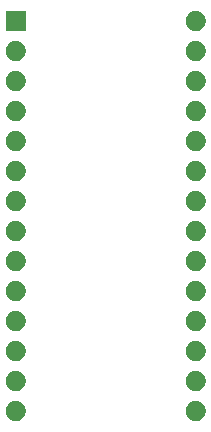
<source format=gbr>
G04 #@! TF.GenerationSoftware,KiCad,Pcbnew,(5.1.5)-3*
G04 #@! TF.CreationDate,2021-05-27T18:06:52+01:00*
G04 #@! TF.ProjectId,C595,43353935-2e6b-4696-9361-645f70636258,rev?*
G04 #@! TF.SameCoordinates,Original*
G04 #@! TF.FileFunction,Soldermask,Bot*
G04 #@! TF.FilePolarity,Negative*
%FSLAX46Y46*%
G04 Gerber Fmt 4.6, Leading zero omitted, Abs format (unit mm)*
G04 Created by KiCad (PCBNEW (5.1.5)-3) date 2021-05-27 18:06:52*
%MOMM*%
%LPD*%
G04 APERTURE LIST*
%ADD10C,0.100000*%
G04 APERTURE END LIST*
D10*
G36*
X156488228Y-183201703D02*
G01*
X156643100Y-183265853D01*
X156782481Y-183358985D01*
X156901015Y-183477519D01*
X156994147Y-183616900D01*
X157058297Y-183771772D01*
X157091000Y-183936184D01*
X157091000Y-184103816D01*
X157058297Y-184268228D01*
X156994147Y-184423100D01*
X156901015Y-184562481D01*
X156782481Y-184681015D01*
X156643100Y-184774147D01*
X156488228Y-184838297D01*
X156323816Y-184871000D01*
X156156184Y-184871000D01*
X155991772Y-184838297D01*
X155836900Y-184774147D01*
X155697519Y-184681015D01*
X155578985Y-184562481D01*
X155485853Y-184423100D01*
X155421703Y-184268228D01*
X155389000Y-184103816D01*
X155389000Y-183936184D01*
X155421703Y-183771772D01*
X155485853Y-183616900D01*
X155578985Y-183477519D01*
X155697519Y-183358985D01*
X155836900Y-183265853D01*
X155991772Y-183201703D01*
X156156184Y-183169000D01*
X156323816Y-183169000D01*
X156488228Y-183201703D01*
G37*
G36*
X141248228Y-183201703D02*
G01*
X141403100Y-183265853D01*
X141542481Y-183358985D01*
X141661015Y-183477519D01*
X141754147Y-183616900D01*
X141818297Y-183771772D01*
X141851000Y-183936184D01*
X141851000Y-184103816D01*
X141818297Y-184268228D01*
X141754147Y-184423100D01*
X141661015Y-184562481D01*
X141542481Y-184681015D01*
X141403100Y-184774147D01*
X141248228Y-184838297D01*
X141083816Y-184871000D01*
X140916184Y-184871000D01*
X140751772Y-184838297D01*
X140596900Y-184774147D01*
X140457519Y-184681015D01*
X140338985Y-184562481D01*
X140245853Y-184423100D01*
X140181703Y-184268228D01*
X140149000Y-184103816D01*
X140149000Y-183936184D01*
X140181703Y-183771772D01*
X140245853Y-183616900D01*
X140338985Y-183477519D01*
X140457519Y-183358985D01*
X140596900Y-183265853D01*
X140751772Y-183201703D01*
X140916184Y-183169000D01*
X141083816Y-183169000D01*
X141248228Y-183201703D01*
G37*
G36*
X156488228Y-180661703D02*
G01*
X156643100Y-180725853D01*
X156782481Y-180818985D01*
X156901015Y-180937519D01*
X156994147Y-181076900D01*
X157058297Y-181231772D01*
X157091000Y-181396184D01*
X157091000Y-181563816D01*
X157058297Y-181728228D01*
X156994147Y-181883100D01*
X156901015Y-182022481D01*
X156782481Y-182141015D01*
X156643100Y-182234147D01*
X156488228Y-182298297D01*
X156323816Y-182331000D01*
X156156184Y-182331000D01*
X155991772Y-182298297D01*
X155836900Y-182234147D01*
X155697519Y-182141015D01*
X155578985Y-182022481D01*
X155485853Y-181883100D01*
X155421703Y-181728228D01*
X155389000Y-181563816D01*
X155389000Y-181396184D01*
X155421703Y-181231772D01*
X155485853Y-181076900D01*
X155578985Y-180937519D01*
X155697519Y-180818985D01*
X155836900Y-180725853D01*
X155991772Y-180661703D01*
X156156184Y-180629000D01*
X156323816Y-180629000D01*
X156488228Y-180661703D01*
G37*
G36*
X141248228Y-180661703D02*
G01*
X141403100Y-180725853D01*
X141542481Y-180818985D01*
X141661015Y-180937519D01*
X141754147Y-181076900D01*
X141818297Y-181231772D01*
X141851000Y-181396184D01*
X141851000Y-181563816D01*
X141818297Y-181728228D01*
X141754147Y-181883100D01*
X141661015Y-182022481D01*
X141542481Y-182141015D01*
X141403100Y-182234147D01*
X141248228Y-182298297D01*
X141083816Y-182331000D01*
X140916184Y-182331000D01*
X140751772Y-182298297D01*
X140596900Y-182234147D01*
X140457519Y-182141015D01*
X140338985Y-182022481D01*
X140245853Y-181883100D01*
X140181703Y-181728228D01*
X140149000Y-181563816D01*
X140149000Y-181396184D01*
X140181703Y-181231772D01*
X140245853Y-181076900D01*
X140338985Y-180937519D01*
X140457519Y-180818985D01*
X140596900Y-180725853D01*
X140751772Y-180661703D01*
X140916184Y-180629000D01*
X141083816Y-180629000D01*
X141248228Y-180661703D01*
G37*
G36*
X141248228Y-178121703D02*
G01*
X141403100Y-178185853D01*
X141542481Y-178278985D01*
X141661015Y-178397519D01*
X141754147Y-178536900D01*
X141818297Y-178691772D01*
X141851000Y-178856184D01*
X141851000Y-179023816D01*
X141818297Y-179188228D01*
X141754147Y-179343100D01*
X141661015Y-179482481D01*
X141542481Y-179601015D01*
X141403100Y-179694147D01*
X141248228Y-179758297D01*
X141083816Y-179791000D01*
X140916184Y-179791000D01*
X140751772Y-179758297D01*
X140596900Y-179694147D01*
X140457519Y-179601015D01*
X140338985Y-179482481D01*
X140245853Y-179343100D01*
X140181703Y-179188228D01*
X140149000Y-179023816D01*
X140149000Y-178856184D01*
X140181703Y-178691772D01*
X140245853Y-178536900D01*
X140338985Y-178397519D01*
X140457519Y-178278985D01*
X140596900Y-178185853D01*
X140751772Y-178121703D01*
X140916184Y-178089000D01*
X141083816Y-178089000D01*
X141248228Y-178121703D01*
G37*
G36*
X156488228Y-178121703D02*
G01*
X156643100Y-178185853D01*
X156782481Y-178278985D01*
X156901015Y-178397519D01*
X156994147Y-178536900D01*
X157058297Y-178691772D01*
X157091000Y-178856184D01*
X157091000Y-179023816D01*
X157058297Y-179188228D01*
X156994147Y-179343100D01*
X156901015Y-179482481D01*
X156782481Y-179601015D01*
X156643100Y-179694147D01*
X156488228Y-179758297D01*
X156323816Y-179791000D01*
X156156184Y-179791000D01*
X155991772Y-179758297D01*
X155836900Y-179694147D01*
X155697519Y-179601015D01*
X155578985Y-179482481D01*
X155485853Y-179343100D01*
X155421703Y-179188228D01*
X155389000Y-179023816D01*
X155389000Y-178856184D01*
X155421703Y-178691772D01*
X155485853Y-178536900D01*
X155578985Y-178397519D01*
X155697519Y-178278985D01*
X155836900Y-178185853D01*
X155991772Y-178121703D01*
X156156184Y-178089000D01*
X156323816Y-178089000D01*
X156488228Y-178121703D01*
G37*
G36*
X156488228Y-175581703D02*
G01*
X156643100Y-175645853D01*
X156782481Y-175738985D01*
X156901015Y-175857519D01*
X156994147Y-175996900D01*
X157058297Y-176151772D01*
X157091000Y-176316184D01*
X157091000Y-176483816D01*
X157058297Y-176648228D01*
X156994147Y-176803100D01*
X156901015Y-176942481D01*
X156782481Y-177061015D01*
X156643100Y-177154147D01*
X156488228Y-177218297D01*
X156323816Y-177251000D01*
X156156184Y-177251000D01*
X155991772Y-177218297D01*
X155836900Y-177154147D01*
X155697519Y-177061015D01*
X155578985Y-176942481D01*
X155485853Y-176803100D01*
X155421703Y-176648228D01*
X155389000Y-176483816D01*
X155389000Y-176316184D01*
X155421703Y-176151772D01*
X155485853Y-175996900D01*
X155578985Y-175857519D01*
X155697519Y-175738985D01*
X155836900Y-175645853D01*
X155991772Y-175581703D01*
X156156184Y-175549000D01*
X156323816Y-175549000D01*
X156488228Y-175581703D01*
G37*
G36*
X141248228Y-175581703D02*
G01*
X141403100Y-175645853D01*
X141542481Y-175738985D01*
X141661015Y-175857519D01*
X141754147Y-175996900D01*
X141818297Y-176151772D01*
X141851000Y-176316184D01*
X141851000Y-176483816D01*
X141818297Y-176648228D01*
X141754147Y-176803100D01*
X141661015Y-176942481D01*
X141542481Y-177061015D01*
X141403100Y-177154147D01*
X141248228Y-177218297D01*
X141083816Y-177251000D01*
X140916184Y-177251000D01*
X140751772Y-177218297D01*
X140596900Y-177154147D01*
X140457519Y-177061015D01*
X140338985Y-176942481D01*
X140245853Y-176803100D01*
X140181703Y-176648228D01*
X140149000Y-176483816D01*
X140149000Y-176316184D01*
X140181703Y-176151772D01*
X140245853Y-175996900D01*
X140338985Y-175857519D01*
X140457519Y-175738985D01*
X140596900Y-175645853D01*
X140751772Y-175581703D01*
X140916184Y-175549000D01*
X141083816Y-175549000D01*
X141248228Y-175581703D01*
G37*
G36*
X156488228Y-173041703D02*
G01*
X156643100Y-173105853D01*
X156782481Y-173198985D01*
X156901015Y-173317519D01*
X156994147Y-173456900D01*
X157058297Y-173611772D01*
X157091000Y-173776184D01*
X157091000Y-173943816D01*
X157058297Y-174108228D01*
X156994147Y-174263100D01*
X156901015Y-174402481D01*
X156782481Y-174521015D01*
X156643100Y-174614147D01*
X156488228Y-174678297D01*
X156323816Y-174711000D01*
X156156184Y-174711000D01*
X155991772Y-174678297D01*
X155836900Y-174614147D01*
X155697519Y-174521015D01*
X155578985Y-174402481D01*
X155485853Y-174263100D01*
X155421703Y-174108228D01*
X155389000Y-173943816D01*
X155389000Y-173776184D01*
X155421703Y-173611772D01*
X155485853Y-173456900D01*
X155578985Y-173317519D01*
X155697519Y-173198985D01*
X155836900Y-173105853D01*
X155991772Y-173041703D01*
X156156184Y-173009000D01*
X156323816Y-173009000D01*
X156488228Y-173041703D01*
G37*
G36*
X141248228Y-173041703D02*
G01*
X141403100Y-173105853D01*
X141542481Y-173198985D01*
X141661015Y-173317519D01*
X141754147Y-173456900D01*
X141818297Y-173611772D01*
X141851000Y-173776184D01*
X141851000Y-173943816D01*
X141818297Y-174108228D01*
X141754147Y-174263100D01*
X141661015Y-174402481D01*
X141542481Y-174521015D01*
X141403100Y-174614147D01*
X141248228Y-174678297D01*
X141083816Y-174711000D01*
X140916184Y-174711000D01*
X140751772Y-174678297D01*
X140596900Y-174614147D01*
X140457519Y-174521015D01*
X140338985Y-174402481D01*
X140245853Y-174263100D01*
X140181703Y-174108228D01*
X140149000Y-173943816D01*
X140149000Y-173776184D01*
X140181703Y-173611772D01*
X140245853Y-173456900D01*
X140338985Y-173317519D01*
X140457519Y-173198985D01*
X140596900Y-173105853D01*
X140751772Y-173041703D01*
X140916184Y-173009000D01*
X141083816Y-173009000D01*
X141248228Y-173041703D01*
G37*
G36*
X141248228Y-170501703D02*
G01*
X141403100Y-170565853D01*
X141542481Y-170658985D01*
X141661015Y-170777519D01*
X141754147Y-170916900D01*
X141818297Y-171071772D01*
X141851000Y-171236184D01*
X141851000Y-171403816D01*
X141818297Y-171568228D01*
X141754147Y-171723100D01*
X141661015Y-171862481D01*
X141542481Y-171981015D01*
X141403100Y-172074147D01*
X141248228Y-172138297D01*
X141083816Y-172171000D01*
X140916184Y-172171000D01*
X140751772Y-172138297D01*
X140596900Y-172074147D01*
X140457519Y-171981015D01*
X140338985Y-171862481D01*
X140245853Y-171723100D01*
X140181703Y-171568228D01*
X140149000Y-171403816D01*
X140149000Y-171236184D01*
X140181703Y-171071772D01*
X140245853Y-170916900D01*
X140338985Y-170777519D01*
X140457519Y-170658985D01*
X140596900Y-170565853D01*
X140751772Y-170501703D01*
X140916184Y-170469000D01*
X141083816Y-170469000D01*
X141248228Y-170501703D01*
G37*
G36*
X156488228Y-170501703D02*
G01*
X156643100Y-170565853D01*
X156782481Y-170658985D01*
X156901015Y-170777519D01*
X156994147Y-170916900D01*
X157058297Y-171071772D01*
X157091000Y-171236184D01*
X157091000Y-171403816D01*
X157058297Y-171568228D01*
X156994147Y-171723100D01*
X156901015Y-171862481D01*
X156782481Y-171981015D01*
X156643100Y-172074147D01*
X156488228Y-172138297D01*
X156323816Y-172171000D01*
X156156184Y-172171000D01*
X155991772Y-172138297D01*
X155836900Y-172074147D01*
X155697519Y-171981015D01*
X155578985Y-171862481D01*
X155485853Y-171723100D01*
X155421703Y-171568228D01*
X155389000Y-171403816D01*
X155389000Y-171236184D01*
X155421703Y-171071772D01*
X155485853Y-170916900D01*
X155578985Y-170777519D01*
X155697519Y-170658985D01*
X155836900Y-170565853D01*
X155991772Y-170501703D01*
X156156184Y-170469000D01*
X156323816Y-170469000D01*
X156488228Y-170501703D01*
G37*
G36*
X156488228Y-167961703D02*
G01*
X156643100Y-168025853D01*
X156782481Y-168118985D01*
X156901015Y-168237519D01*
X156994147Y-168376900D01*
X157058297Y-168531772D01*
X157091000Y-168696184D01*
X157091000Y-168863816D01*
X157058297Y-169028228D01*
X156994147Y-169183100D01*
X156901015Y-169322481D01*
X156782481Y-169441015D01*
X156643100Y-169534147D01*
X156488228Y-169598297D01*
X156323816Y-169631000D01*
X156156184Y-169631000D01*
X155991772Y-169598297D01*
X155836900Y-169534147D01*
X155697519Y-169441015D01*
X155578985Y-169322481D01*
X155485853Y-169183100D01*
X155421703Y-169028228D01*
X155389000Y-168863816D01*
X155389000Y-168696184D01*
X155421703Y-168531772D01*
X155485853Y-168376900D01*
X155578985Y-168237519D01*
X155697519Y-168118985D01*
X155836900Y-168025853D01*
X155991772Y-167961703D01*
X156156184Y-167929000D01*
X156323816Y-167929000D01*
X156488228Y-167961703D01*
G37*
G36*
X141248228Y-167961703D02*
G01*
X141403100Y-168025853D01*
X141542481Y-168118985D01*
X141661015Y-168237519D01*
X141754147Y-168376900D01*
X141818297Y-168531772D01*
X141851000Y-168696184D01*
X141851000Y-168863816D01*
X141818297Y-169028228D01*
X141754147Y-169183100D01*
X141661015Y-169322481D01*
X141542481Y-169441015D01*
X141403100Y-169534147D01*
X141248228Y-169598297D01*
X141083816Y-169631000D01*
X140916184Y-169631000D01*
X140751772Y-169598297D01*
X140596900Y-169534147D01*
X140457519Y-169441015D01*
X140338985Y-169322481D01*
X140245853Y-169183100D01*
X140181703Y-169028228D01*
X140149000Y-168863816D01*
X140149000Y-168696184D01*
X140181703Y-168531772D01*
X140245853Y-168376900D01*
X140338985Y-168237519D01*
X140457519Y-168118985D01*
X140596900Y-168025853D01*
X140751772Y-167961703D01*
X140916184Y-167929000D01*
X141083816Y-167929000D01*
X141248228Y-167961703D01*
G37*
G36*
X156488228Y-165421703D02*
G01*
X156643100Y-165485853D01*
X156782481Y-165578985D01*
X156901015Y-165697519D01*
X156994147Y-165836900D01*
X157058297Y-165991772D01*
X157091000Y-166156184D01*
X157091000Y-166323816D01*
X157058297Y-166488228D01*
X156994147Y-166643100D01*
X156901015Y-166782481D01*
X156782481Y-166901015D01*
X156643100Y-166994147D01*
X156488228Y-167058297D01*
X156323816Y-167091000D01*
X156156184Y-167091000D01*
X155991772Y-167058297D01*
X155836900Y-166994147D01*
X155697519Y-166901015D01*
X155578985Y-166782481D01*
X155485853Y-166643100D01*
X155421703Y-166488228D01*
X155389000Y-166323816D01*
X155389000Y-166156184D01*
X155421703Y-165991772D01*
X155485853Y-165836900D01*
X155578985Y-165697519D01*
X155697519Y-165578985D01*
X155836900Y-165485853D01*
X155991772Y-165421703D01*
X156156184Y-165389000D01*
X156323816Y-165389000D01*
X156488228Y-165421703D01*
G37*
G36*
X141248228Y-165421703D02*
G01*
X141403100Y-165485853D01*
X141542481Y-165578985D01*
X141661015Y-165697519D01*
X141754147Y-165836900D01*
X141818297Y-165991772D01*
X141851000Y-166156184D01*
X141851000Y-166323816D01*
X141818297Y-166488228D01*
X141754147Y-166643100D01*
X141661015Y-166782481D01*
X141542481Y-166901015D01*
X141403100Y-166994147D01*
X141248228Y-167058297D01*
X141083816Y-167091000D01*
X140916184Y-167091000D01*
X140751772Y-167058297D01*
X140596900Y-166994147D01*
X140457519Y-166901015D01*
X140338985Y-166782481D01*
X140245853Y-166643100D01*
X140181703Y-166488228D01*
X140149000Y-166323816D01*
X140149000Y-166156184D01*
X140181703Y-165991772D01*
X140245853Y-165836900D01*
X140338985Y-165697519D01*
X140457519Y-165578985D01*
X140596900Y-165485853D01*
X140751772Y-165421703D01*
X140916184Y-165389000D01*
X141083816Y-165389000D01*
X141248228Y-165421703D01*
G37*
G36*
X156488228Y-162881703D02*
G01*
X156643100Y-162945853D01*
X156782481Y-163038985D01*
X156901015Y-163157519D01*
X156994147Y-163296900D01*
X157058297Y-163451772D01*
X157091000Y-163616184D01*
X157091000Y-163783816D01*
X157058297Y-163948228D01*
X156994147Y-164103100D01*
X156901015Y-164242481D01*
X156782481Y-164361015D01*
X156643100Y-164454147D01*
X156488228Y-164518297D01*
X156323816Y-164551000D01*
X156156184Y-164551000D01*
X155991772Y-164518297D01*
X155836900Y-164454147D01*
X155697519Y-164361015D01*
X155578985Y-164242481D01*
X155485853Y-164103100D01*
X155421703Y-163948228D01*
X155389000Y-163783816D01*
X155389000Y-163616184D01*
X155421703Y-163451772D01*
X155485853Y-163296900D01*
X155578985Y-163157519D01*
X155697519Y-163038985D01*
X155836900Y-162945853D01*
X155991772Y-162881703D01*
X156156184Y-162849000D01*
X156323816Y-162849000D01*
X156488228Y-162881703D01*
G37*
G36*
X141248228Y-162881703D02*
G01*
X141403100Y-162945853D01*
X141542481Y-163038985D01*
X141661015Y-163157519D01*
X141754147Y-163296900D01*
X141818297Y-163451772D01*
X141851000Y-163616184D01*
X141851000Y-163783816D01*
X141818297Y-163948228D01*
X141754147Y-164103100D01*
X141661015Y-164242481D01*
X141542481Y-164361015D01*
X141403100Y-164454147D01*
X141248228Y-164518297D01*
X141083816Y-164551000D01*
X140916184Y-164551000D01*
X140751772Y-164518297D01*
X140596900Y-164454147D01*
X140457519Y-164361015D01*
X140338985Y-164242481D01*
X140245853Y-164103100D01*
X140181703Y-163948228D01*
X140149000Y-163783816D01*
X140149000Y-163616184D01*
X140181703Y-163451772D01*
X140245853Y-163296900D01*
X140338985Y-163157519D01*
X140457519Y-163038985D01*
X140596900Y-162945853D01*
X140751772Y-162881703D01*
X140916184Y-162849000D01*
X141083816Y-162849000D01*
X141248228Y-162881703D01*
G37*
G36*
X156488228Y-160341703D02*
G01*
X156643100Y-160405853D01*
X156782481Y-160498985D01*
X156901015Y-160617519D01*
X156994147Y-160756900D01*
X157058297Y-160911772D01*
X157091000Y-161076184D01*
X157091000Y-161243816D01*
X157058297Y-161408228D01*
X156994147Y-161563100D01*
X156901015Y-161702481D01*
X156782481Y-161821015D01*
X156643100Y-161914147D01*
X156488228Y-161978297D01*
X156323816Y-162011000D01*
X156156184Y-162011000D01*
X155991772Y-161978297D01*
X155836900Y-161914147D01*
X155697519Y-161821015D01*
X155578985Y-161702481D01*
X155485853Y-161563100D01*
X155421703Y-161408228D01*
X155389000Y-161243816D01*
X155389000Y-161076184D01*
X155421703Y-160911772D01*
X155485853Y-160756900D01*
X155578985Y-160617519D01*
X155697519Y-160498985D01*
X155836900Y-160405853D01*
X155991772Y-160341703D01*
X156156184Y-160309000D01*
X156323816Y-160309000D01*
X156488228Y-160341703D01*
G37*
G36*
X141248228Y-160341703D02*
G01*
X141403100Y-160405853D01*
X141542481Y-160498985D01*
X141661015Y-160617519D01*
X141754147Y-160756900D01*
X141818297Y-160911772D01*
X141851000Y-161076184D01*
X141851000Y-161243816D01*
X141818297Y-161408228D01*
X141754147Y-161563100D01*
X141661015Y-161702481D01*
X141542481Y-161821015D01*
X141403100Y-161914147D01*
X141248228Y-161978297D01*
X141083816Y-162011000D01*
X140916184Y-162011000D01*
X140751772Y-161978297D01*
X140596900Y-161914147D01*
X140457519Y-161821015D01*
X140338985Y-161702481D01*
X140245853Y-161563100D01*
X140181703Y-161408228D01*
X140149000Y-161243816D01*
X140149000Y-161076184D01*
X140181703Y-160911772D01*
X140245853Y-160756900D01*
X140338985Y-160617519D01*
X140457519Y-160498985D01*
X140596900Y-160405853D01*
X140751772Y-160341703D01*
X140916184Y-160309000D01*
X141083816Y-160309000D01*
X141248228Y-160341703D01*
G37*
G36*
X156488228Y-157801703D02*
G01*
X156643100Y-157865853D01*
X156782481Y-157958985D01*
X156901015Y-158077519D01*
X156994147Y-158216900D01*
X157058297Y-158371772D01*
X157091000Y-158536184D01*
X157091000Y-158703816D01*
X157058297Y-158868228D01*
X156994147Y-159023100D01*
X156901015Y-159162481D01*
X156782481Y-159281015D01*
X156643100Y-159374147D01*
X156488228Y-159438297D01*
X156323816Y-159471000D01*
X156156184Y-159471000D01*
X155991772Y-159438297D01*
X155836900Y-159374147D01*
X155697519Y-159281015D01*
X155578985Y-159162481D01*
X155485853Y-159023100D01*
X155421703Y-158868228D01*
X155389000Y-158703816D01*
X155389000Y-158536184D01*
X155421703Y-158371772D01*
X155485853Y-158216900D01*
X155578985Y-158077519D01*
X155697519Y-157958985D01*
X155836900Y-157865853D01*
X155991772Y-157801703D01*
X156156184Y-157769000D01*
X156323816Y-157769000D01*
X156488228Y-157801703D01*
G37*
G36*
X141248228Y-157801703D02*
G01*
X141403100Y-157865853D01*
X141542481Y-157958985D01*
X141661015Y-158077519D01*
X141754147Y-158216900D01*
X141818297Y-158371772D01*
X141851000Y-158536184D01*
X141851000Y-158703816D01*
X141818297Y-158868228D01*
X141754147Y-159023100D01*
X141661015Y-159162481D01*
X141542481Y-159281015D01*
X141403100Y-159374147D01*
X141248228Y-159438297D01*
X141083816Y-159471000D01*
X140916184Y-159471000D01*
X140751772Y-159438297D01*
X140596900Y-159374147D01*
X140457519Y-159281015D01*
X140338985Y-159162481D01*
X140245853Y-159023100D01*
X140181703Y-158868228D01*
X140149000Y-158703816D01*
X140149000Y-158536184D01*
X140181703Y-158371772D01*
X140245853Y-158216900D01*
X140338985Y-158077519D01*
X140457519Y-157958985D01*
X140596900Y-157865853D01*
X140751772Y-157801703D01*
X140916184Y-157769000D01*
X141083816Y-157769000D01*
X141248228Y-157801703D01*
G37*
G36*
X141248228Y-155261703D02*
G01*
X141403100Y-155325853D01*
X141542481Y-155418985D01*
X141661015Y-155537519D01*
X141754147Y-155676900D01*
X141818297Y-155831772D01*
X141851000Y-155996184D01*
X141851000Y-156163816D01*
X141818297Y-156328228D01*
X141754147Y-156483100D01*
X141661015Y-156622481D01*
X141542481Y-156741015D01*
X141403100Y-156834147D01*
X141248228Y-156898297D01*
X141083816Y-156931000D01*
X140916184Y-156931000D01*
X140751772Y-156898297D01*
X140596900Y-156834147D01*
X140457519Y-156741015D01*
X140338985Y-156622481D01*
X140245853Y-156483100D01*
X140181703Y-156328228D01*
X140149000Y-156163816D01*
X140149000Y-155996184D01*
X140181703Y-155831772D01*
X140245853Y-155676900D01*
X140338985Y-155537519D01*
X140457519Y-155418985D01*
X140596900Y-155325853D01*
X140751772Y-155261703D01*
X140916184Y-155229000D01*
X141083816Y-155229000D01*
X141248228Y-155261703D01*
G37*
G36*
X156488228Y-155261703D02*
G01*
X156643100Y-155325853D01*
X156782481Y-155418985D01*
X156901015Y-155537519D01*
X156994147Y-155676900D01*
X157058297Y-155831772D01*
X157091000Y-155996184D01*
X157091000Y-156163816D01*
X157058297Y-156328228D01*
X156994147Y-156483100D01*
X156901015Y-156622481D01*
X156782481Y-156741015D01*
X156643100Y-156834147D01*
X156488228Y-156898297D01*
X156323816Y-156931000D01*
X156156184Y-156931000D01*
X155991772Y-156898297D01*
X155836900Y-156834147D01*
X155697519Y-156741015D01*
X155578985Y-156622481D01*
X155485853Y-156483100D01*
X155421703Y-156328228D01*
X155389000Y-156163816D01*
X155389000Y-155996184D01*
X155421703Y-155831772D01*
X155485853Y-155676900D01*
X155578985Y-155537519D01*
X155697519Y-155418985D01*
X155836900Y-155325853D01*
X155991772Y-155261703D01*
X156156184Y-155229000D01*
X156323816Y-155229000D01*
X156488228Y-155261703D01*
G37*
G36*
X156488228Y-152721703D02*
G01*
X156643100Y-152785853D01*
X156782481Y-152878985D01*
X156901015Y-152997519D01*
X156994147Y-153136900D01*
X157058297Y-153291772D01*
X157091000Y-153456184D01*
X157091000Y-153623816D01*
X157058297Y-153788228D01*
X156994147Y-153943100D01*
X156901015Y-154082481D01*
X156782481Y-154201015D01*
X156643100Y-154294147D01*
X156488228Y-154358297D01*
X156323816Y-154391000D01*
X156156184Y-154391000D01*
X155991772Y-154358297D01*
X155836900Y-154294147D01*
X155697519Y-154201015D01*
X155578985Y-154082481D01*
X155485853Y-153943100D01*
X155421703Y-153788228D01*
X155389000Y-153623816D01*
X155389000Y-153456184D01*
X155421703Y-153291772D01*
X155485853Y-153136900D01*
X155578985Y-152997519D01*
X155697519Y-152878985D01*
X155836900Y-152785853D01*
X155991772Y-152721703D01*
X156156184Y-152689000D01*
X156323816Y-152689000D01*
X156488228Y-152721703D01*
G37*
G36*
X141248228Y-152721703D02*
G01*
X141403100Y-152785853D01*
X141542481Y-152878985D01*
X141661015Y-152997519D01*
X141754147Y-153136900D01*
X141818297Y-153291772D01*
X141851000Y-153456184D01*
X141851000Y-153623816D01*
X141818297Y-153788228D01*
X141754147Y-153943100D01*
X141661015Y-154082481D01*
X141542481Y-154201015D01*
X141403100Y-154294147D01*
X141248228Y-154358297D01*
X141083816Y-154391000D01*
X140916184Y-154391000D01*
X140751772Y-154358297D01*
X140596900Y-154294147D01*
X140457519Y-154201015D01*
X140338985Y-154082481D01*
X140245853Y-153943100D01*
X140181703Y-153788228D01*
X140149000Y-153623816D01*
X140149000Y-153456184D01*
X140181703Y-153291772D01*
X140245853Y-153136900D01*
X140338985Y-152997519D01*
X140457519Y-152878985D01*
X140596900Y-152785853D01*
X140751772Y-152721703D01*
X140916184Y-152689000D01*
X141083816Y-152689000D01*
X141248228Y-152721703D01*
G37*
G36*
X141851000Y-151851000D02*
G01*
X140149000Y-151851000D01*
X140149000Y-150149000D01*
X141851000Y-150149000D01*
X141851000Y-151851000D01*
G37*
G36*
X156488228Y-150181703D02*
G01*
X156643100Y-150245853D01*
X156782481Y-150338985D01*
X156901015Y-150457519D01*
X156994147Y-150596900D01*
X157058297Y-150751772D01*
X157091000Y-150916184D01*
X157091000Y-151083816D01*
X157058297Y-151248228D01*
X156994147Y-151403100D01*
X156901015Y-151542481D01*
X156782481Y-151661015D01*
X156643100Y-151754147D01*
X156488228Y-151818297D01*
X156323816Y-151851000D01*
X156156184Y-151851000D01*
X155991772Y-151818297D01*
X155836900Y-151754147D01*
X155697519Y-151661015D01*
X155578985Y-151542481D01*
X155485853Y-151403100D01*
X155421703Y-151248228D01*
X155389000Y-151083816D01*
X155389000Y-150916184D01*
X155421703Y-150751772D01*
X155485853Y-150596900D01*
X155578985Y-150457519D01*
X155697519Y-150338985D01*
X155836900Y-150245853D01*
X155991772Y-150181703D01*
X156156184Y-150149000D01*
X156323816Y-150149000D01*
X156488228Y-150181703D01*
G37*
M02*

</source>
